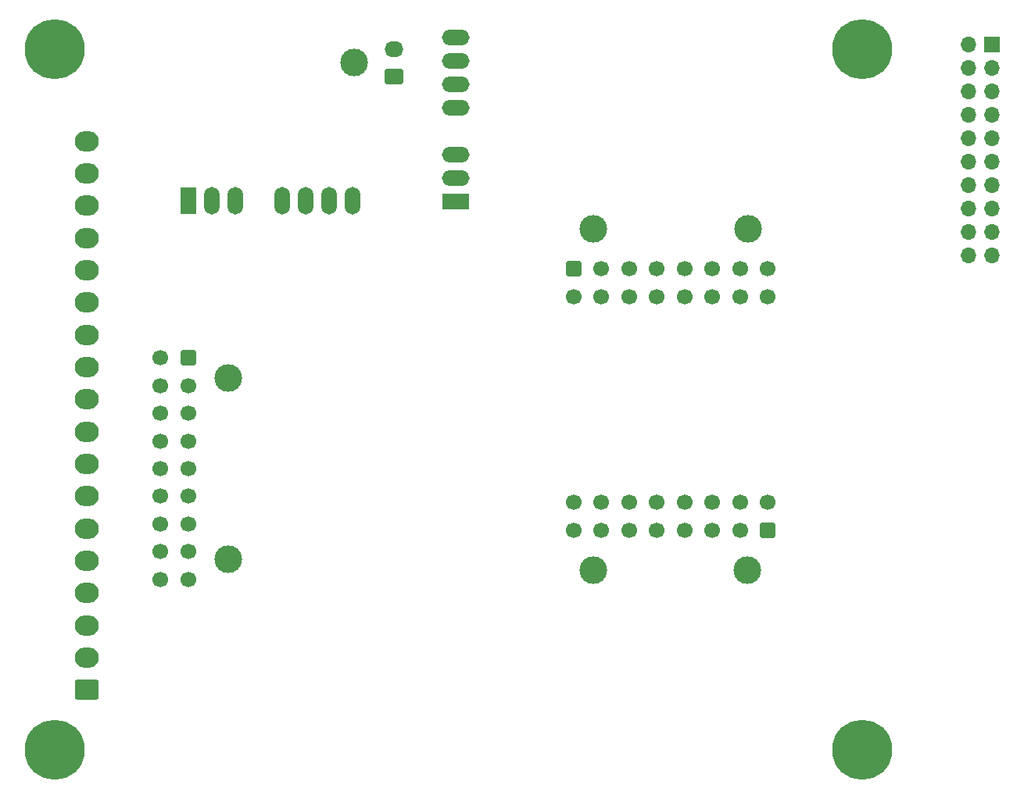
<source format=gbr>
%TF.GenerationSoftware,KiCad,Pcbnew,8.0.9-8.0.9-0~ubuntu24.04.1*%
%TF.CreationDate,2025-03-05T09:33:49+00:00*%
%TF.ProjectId,BMS-Mux-PCB,424d532d-4d75-4782-9d50-43422e6b6963,rev?*%
%TF.SameCoordinates,Original*%
%TF.FileFunction,Soldermask,Bot*%
%TF.FilePolarity,Negative*%
%FSLAX46Y46*%
G04 Gerber Fmt 4.6, Leading zero omitted, Abs format (unit mm)*
G04 Created by KiCad (PCBNEW 8.0.9-8.0.9-0~ubuntu24.04.1) date 2025-03-05 09:33:49*
%MOMM*%
%LPD*%
G01*
G04 APERTURE LIST*
G04 Aperture macros list*
%AMRoundRect*
0 Rectangle with rounded corners*
0 $1 Rounding radius*
0 $2 $3 $4 $5 $6 $7 $8 $9 X,Y pos of 4 corners*
0 Add a 4 corners polygon primitive as box body*
4,1,4,$2,$3,$4,$5,$6,$7,$8,$9,$2,$3,0*
0 Add four circle primitives for the rounded corners*
1,1,$1+$1,$2,$3*
1,1,$1+$1,$4,$5*
1,1,$1+$1,$6,$7*
1,1,$1+$1,$8,$9*
0 Add four rect primitives between the rounded corners*
20,1,$1+$1,$2,$3,$4,$5,0*
20,1,$1+$1,$4,$5,$6,$7,0*
20,1,$1+$1,$6,$7,$8,$9,0*
20,1,$1+$1,$8,$9,$2,$3,0*%
G04 Aperture macros list end*
%ADD10C,6.500000*%
%ADD11C,3.000000*%
%ADD12RoundRect,0.283334X0.726666X-0.566666X0.726666X0.566666X-0.726666X0.566666X-0.726666X-0.566666X0*%
%ADD13O,2.020000X1.700000*%
%ADD14R,1.700000X3.000000*%
%ADD15O,1.700000X3.000000*%
%ADD16RoundRect,0.283334X0.566666X0.566666X-0.566666X0.566666X-0.566666X-0.566666X0.566666X-0.566666X0*%
%ADD17C,1.700000*%
%ADD18R,3.000000X1.700000*%
%ADD19O,3.000000X1.700000*%
%ADD20RoundRect,0.275000X1.025000X-0.825000X1.025000X0.825000X-1.025000X0.825000X-1.025000X-0.825000X0*%
%ADD21O,2.600000X2.200000*%
%ADD22RoundRect,0.283334X-0.566666X-0.566666X0.566666X-0.566666X0.566666X0.566666X-0.566666X0.566666X0*%
%ADD23RoundRect,0.283334X-0.566666X0.566666X-0.566666X-0.566666X0.566666X-0.566666X0.566666X0.566666X0*%
%ADD24R,1.700000X1.700000*%
%ADD25O,1.700000X1.700000*%
G04 APERTURE END LIST*
D10*
%TO.C,H4*%
X70500000Y-131500000D03*
%TD*%
%TO.C,H1*%
X158000000Y-55500000D03*
%TD*%
D11*
%TO.C,J5*%
X103000000Y-57000000D03*
D12*
X107320000Y-58500000D03*
D13*
X107320000Y-55500000D03*
%TD*%
D14*
%TO.C,U4*%
X85000000Y-72000000D03*
D15*
X87540000Y-72000000D03*
X90080000Y-72000000D03*
X95160000Y-72000000D03*
X97700000Y-72000000D03*
X100240000Y-72000000D03*
X102780000Y-72000000D03*
%TD*%
D11*
%TO.C,J2*%
X145590000Y-111985000D03*
X128890000Y-111985000D03*
D16*
X147750000Y-107665000D03*
D17*
X144750000Y-107665000D03*
X141750000Y-107665000D03*
X138750000Y-107665000D03*
X135750000Y-107665000D03*
X132750000Y-107665000D03*
X129750000Y-107665000D03*
X126750000Y-107665000D03*
X147750000Y-104665000D03*
X144750000Y-104665000D03*
X141750000Y-104665000D03*
X138750000Y-104665000D03*
X135750000Y-104665000D03*
X132750000Y-104665000D03*
X129750000Y-104665000D03*
X126750000Y-104665000D03*
%TD*%
D18*
%TO.C,U3*%
X114000000Y-72080000D03*
D19*
X114000000Y-69540000D03*
X114000000Y-67000000D03*
X114000000Y-61920000D03*
X114000000Y-59380000D03*
X114000000Y-56840000D03*
X114000000Y-54300000D03*
%TD*%
D20*
%TO.C,J4*%
X74000000Y-125000000D03*
D21*
X74000000Y-121500000D03*
X74000000Y-118000000D03*
X74000000Y-114500000D03*
X74000000Y-111000000D03*
X74000000Y-107500000D03*
X74000000Y-104000000D03*
X74000000Y-100500000D03*
X74000000Y-97000000D03*
X74000000Y-93500000D03*
X74000000Y-90000000D03*
X74000000Y-86500000D03*
X74000000Y-83000000D03*
X74000000Y-79500000D03*
X74000000Y-76000000D03*
X74000000Y-72500000D03*
X74000000Y-69000000D03*
X74000000Y-65500000D03*
%TD*%
D11*
%TO.C,J1*%
X128910000Y-75015000D03*
X145610000Y-75015000D03*
D22*
X126750000Y-79335000D03*
D17*
X129750000Y-79335000D03*
X132750000Y-79335000D03*
X135750000Y-79335000D03*
X138750000Y-79335000D03*
X141750000Y-79335000D03*
X144750000Y-79335000D03*
X147750000Y-79335000D03*
X126750000Y-82335000D03*
X129750000Y-82335000D03*
X132750000Y-82335000D03*
X135750000Y-82335000D03*
X138750000Y-82335000D03*
X141750000Y-82335000D03*
X144750000Y-82335000D03*
X147750000Y-82335000D03*
%TD*%
D10*
%TO.C,H3*%
X158000000Y-131500000D03*
%TD*%
D11*
%TO.C,J3*%
X89320000Y-91160000D03*
X89320000Y-110860000D03*
D23*
X85000000Y-89000000D03*
D17*
X85000000Y-92000000D03*
X85000000Y-95000000D03*
X85000000Y-98000000D03*
X85000000Y-101000000D03*
X85000000Y-104000000D03*
X85000000Y-107000000D03*
X85000000Y-110000000D03*
X85000000Y-113000000D03*
X82000000Y-89000000D03*
X82000000Y-92000000D03*
X82000000Y-95000000D03*
X82000000Y-98000000D03*
X82000000Y-101000000D03*
X82000000Y-104000000D03*
X82000000Y-107000000D03*
X82000000Y-110000000D03*
X82000000Y-113000000D03*
%TD*%
D10*
%TO.C,H2*%
X70500000Y-55500000D03*
%TD*%
D24*
%TO.C,J6*%
X172040000Y-55000000D03*
D25*
X169500000Y-55000000D03*
X172040000Y-57540000D03*
X169500000Y-57540000D03*
X172040000Y-60080000D03*
X169500000Y-60080000D03*
X172040000Y-62620000D03*
X169500000Y-62620000D03*
X172040000Y-65160000D03*
X169500000Y-65160000D03*
X172040000Y-67700000D03*
X169500000Y-67700000D03*
X172040000Y-70240000D03*
X169500000Y-70240000D03*
X172040000Y-72780000D03*
X169500000Y-72780000D03*
X172040000Y-75320000D03*
X169500000Y-75320000D03*
X172040000Y-77860000D03*
X169500000Y-77860000D03*
%TD*%
M02*

</source>
